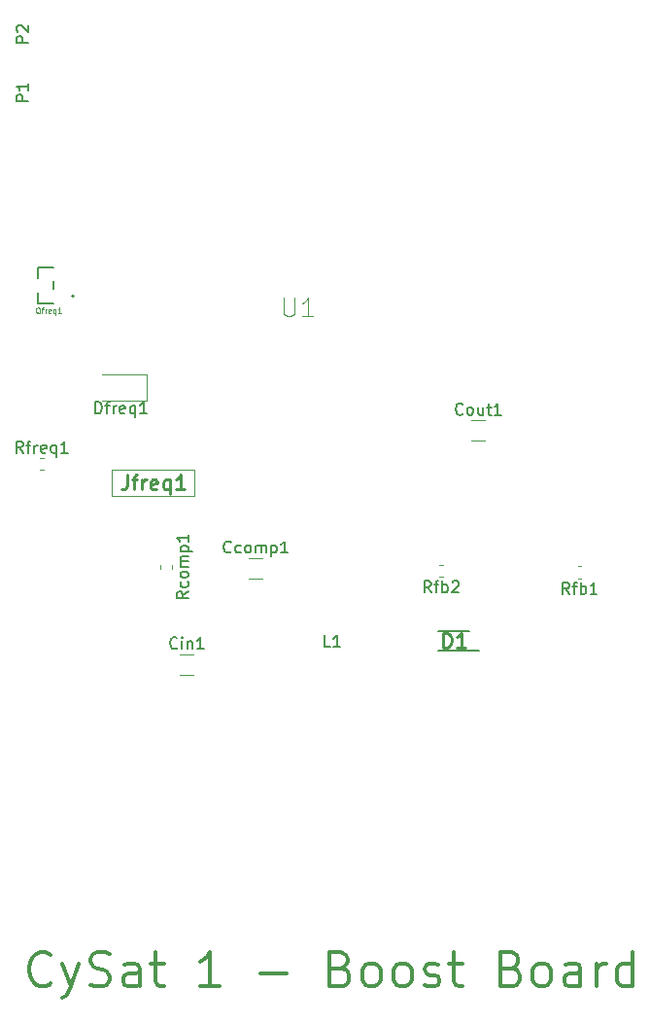
<source format=gbr>
G04 #@! TF.GenerationSoftware,KiCad,Pcbnew,(5.1.4)-1*
G04 #@! TF.CreationDate,2020-04-22T12:28:10-05:00*
G04 #@! TF.ProjectId,Boost,426f6f73-742e-46b6-9963-61645f706362,rev?*
G04 #@! TF.SameCoordinates,Original*
G04 #@! TF.FileFunction,Legend,Top*
G04 #@! TF.FilePolarity,Positive*
%FSLAX46Y46*%
G04 Gerber Fmt 4.6, Leading zero omitted, Abs format (unit mm)*
G04 Created by KiCad (PCBNEW (5.1.4)-1) date 2020-04-22 12:28:10*
%MOMM*%
%LPD*%
G04 APERTURE LIST*
%ADD10C,0.300000*%
%ADD11C,0.200000*%
%ADD12C,0.100000*%
%ADD13C,0.120000*%
%ADD14C,0.127000*%
%ADD15C,0.254000*%
%ADD16C,0.150000*%
%ADD17C,0.015000*%
G04 APERTURE END LIST*
D10*
X109739000Y-138612428D02*
X109596142Y-138755285D01*
X109167571Y-138898142D01*
X108881857Y-138898142D01*
X108453285Y-138755285D01*
X108167571Y-138469571D01*
X108024714Y-138183857D01*
X107881857Y-137612428D01*
X107881857Y-137183857D01*
X108024714Y-136612428D01*
X108167571Y-136326714D01*
X108453285Y-136041000D01*
X108881857Y-135898142D01*
X109167571Y-135898142D01*
X109596142Y-136041000D01*
X109739000Y-136183857D01*
X110739000Y-136898142D02*
X111453285Y-138898142D01*
X112167571Y-136898142D02*
X111453285Y-138898142D01*
X111167571Y-139612428D01*
X111024714Y-139755285D01*
X110739000Y-139898142D01*
X113167571Y-138755285D02*
X113596142Y-138898142D01*
X114310428Y-138898142D01*
X114596142Y-138755285D01*
X114739000Y-138612428D01*
X114881857Y-138326714D01*
X114881857Y-138041000D01*
X114739000Y-137755285D01*
X114596142Y-137612428D01*
X114310428Y-137469571D01*
X113739000Y-137326714D01*
X113453285Y-137183857D01*
X113310428Y-137041000D01*
X113167571Y-136755285D01*
X113167571Y-136469571D01*
X113310428Y-136183857D01*
X113453285Y-136041000D01*
X113739000Y-135898142D01*
X114453285Y-135898142D01*
X114881857Y-136041000D01*
X117453285Y-138898142D02*
X117453285Y-137326714D01*
X117310428Y-137041000D01*
X117024714Y-136898142D01*
X116453285Y-136898142D01*
X116167571Y-137041000D01*
X117453285Y-138755285D02*
X117167571Y-138898142D01*
X116453285Y-138898142D01*
X116167571Y-138755285D01*
X116024714Y-138469571D01*
X116024714Y-138183857D01*
X116167571Y-137898142D01*
X116453285Y-137755285D01*
X117167571Y-137755285D01*
X117453285Y-137612428D01*
X118453285Y-136898142D02*
X119596142Y-136898142D01*
X118881857Y-135898142D02*
X118881857Y-138469571D01*
X119024714Y-138755285D01*
X119310428Y-138898142D01*
X119596142Y-138898142D01*
X124453285Y-138898142D02*
X122739000Y-138898142D01*
X123596142Y-138898142D02*
X123596142Y-135898142D01*
X123310428Y-136326714D01*
X123024714Y-136612428D01*
X122739000Y-136755285D01*
X128024714Y-137755285D02*
X130310428Y-137755285D01*
X135024714Y-137326714D02*
X135453285Y-137469571D01*
X135596142Y-137612428D01*
X135739000Y-137898142D01*
X135739000Y-138326714D01*
X135596142Y-138612428D01*
X135453285Y-138755285D01*
X135167571Y-138898142D01*
X134024714Y-138898142D01*
X134024714Y-135898142D01*
X135024714Y-135898142D01*
X135310428Y-136041000D01*
X135453285Y-136183857D01*
X135596142Y-136469571D01*
X135596142Y-136755285D01*
X135453285Y-137041000D01*
X135310428Y-137183857D01*
X135024714Y-137326714D01*
X134024714Y-137326714D01*
X137453285Y-138898142D02*
X137167571Y-138755285D01*
X137024714Y-138612428D01*
X136881857Y-138326714D01*
X136881857Y-137469571D01*
X137024714Y-137183857D01*
X137167571Y-137041000D01*
X137453285Y-136898142D01*
X137881857Y-136898142D01*
X138167571Y-137041000D01*
X138310428Y-137183857D01*
X138453285Y-137469571D01*
X138453285Y-138326714D01*
X138310428Y-138612428D01*
X138167571Y-138755285D01*
X137881857Y-138898142D01*
X137453285Y-138898142D01*
X140167571Y-138898142D02*
X139881857Y-138755285D01*
X139739000Y-138612428D01*
X139596142Y-138326714D01*
X139596142Y-137469571D01*
X139739000Y-137183857D01*
X139881857Y-137041000D01*
X140167571Y-136898142D01*
X140596142Y-136898142D01*
X140881857Y-137041000D01*
X141024714Y-137183857D01*
X141167571Y-137469571D01*
X141167571Y-138326714D01*
X141024714Y-138612428D01*
X140881857Y-138755285D01*
X140596142Y-138898142D01*
X140167571Y-138898142D01*
X142310428Y-138755285D02*
X142596142Y-138898142D01*
X143167571Y-138898142D01*
X143453285Y-138755285D01*
X143596142Y-138469571D01*
X143596142Y-138326714D01*
X143453285Y-138041000D01*
X143167571Y-137898142D01*
X142739000Y-137898142D01*
X142453285Y-137755285D01*
X142310428Y-137469571D01*
X142310428Y-137326714D01*
X142453285Y-137041000D01*
X142739000Y-136898142D01*
X143167571Y-136898142D01*
X143453285Y-137041000D01*
X144453285Y-136898142D02*
X145596142Y-136898142D01*
X144881857Y-135898142D02*
X144881857Y-138469571D01*
X145024714Y-138755285D01*
X145310428Y-138898142D01*
X145596142Y-138898142D01*
X149881857Y-137326714D02*
X150310428Y-137469571D01*
X150453285Y-137612428D01*
X150596142Y-137898142D01*
X150596142Y-138326714D01*
X150453285Y-138612428D01*
X150310428Y-138755285D01*
X150024714Y-138898142D01*
X148881857Y-138898142D01*
X148881857Y-135898142D01*
X149881857Y-135898142D01*
X150167571Y-136041000D01*
X150310428Y-136183857D01*
X150453285Y-136469571D01*
X150453285Y-136755285D01*
X150310428Y-137041000D01*
X150167571Y-137183857D01*
X149881857Y-137326714D01*
X148881857Y-137326714D01*
X152310428Y-138898142D02*
X152024714Y-138755285D01*
X151881857Y-138612428D01*
X151739000Y-138326714D01*
X151739000Y-137469571D01*
X151881857Y-137183857D01*
X152024714Y-137041000D01*
X152310428Y-136898142D01*
X152739000Y-136898142D01*
X153024714Y-137041000D01*
X153167571Y-137183857D01*
X153310428Y-137469571D01*
X153310428Y-138326714D01*
X153167571Y-138612428D01*
X153024714Y-138755285D01*
X152739000Y-138898142D01*
X152310428Y-138898142D01*
X155881857Y-138898142D02*
X155881857Y-137326714D01*
X155739000Y-137041000D01*
X155453285Y-136898142D01*
X154881857Y-136898142D01*
X154596142Y-137041000D01*
X155881857Y-138755285D02*
X155596142Y-138898142D01*
X154881857Y-138898142D01*
X154596142Y-138755285D01*
X154453285Y-138469571D01*
X154453285Y-138183857D01*
X154596142Y-137898142D01*
X154881857Y-137755285D01*
X155596142Y-137755285D01*
X155881857Y-137612428D01*
X157310428Y-138898142D02*
X157310428Y-136898142D01*
X157310428Y-137469571D02*
X157453285Y-137183857D01*
X157596142Y-137041000D01*
X157881857Y-136898142D01*
X158167571Y-136898142D01*
X160453285Y-138898142D02*
X160453285Y-135898142D01*
X160453285Y-138755285D02*
X160167571Y-138898142D01*
X159596142Y-138898142D01*
X159310428Y-138755285D01*
X159167571Y-138612428D01*
X159024714Y-138326714D01*
X159024714Y-137469571D01*
X159167571Y-137183857D01*
X159310428Y-137041000D01*
X159596142Y-136898142D01*
X160167571Y-136898142D01*
X160453285Y-137041000D01*
D11*
X146231200Y-107951600D02*
X143481200Y-107951600D01*
X147011200Y-109675600D02*
X143481200Y-109675600D01*
D12*
X115061800Y-96215200D02*
X115061800Y-93929200D01*
X122275800Y-96215200D02*
X115061800Y-96215200D01*
X122275800Y-93929200D02*
X122275800Y-96215200D01*
X115061800Y-93929200D02*
X122275800Y-93929200D01*
D13*
X108777821Y-93931200D02*
X109103379Y-93931200D01*
X108777821Y-92911200D02*
X109103379Y-92911200D01*
D11*
X111730800Y-78801000D02*
G75*
G03X111730800Y-78801000I-100000J0D01*
G01*
D14*
X108620800Y-79421000D02*
X108620800Y-78471000D01*
X109920800Y-78181000D02*
X109920800Y-77521000D01*
X108620800Y-76281000D02*
X108620800Y-77231000D01*
X108620800Y-76281000D02*
X109920800Y-76281000D01*
X109920800Y-79421000D02*
X108620800Y-79421000D01*
D13*
X118109000Y-85606000D02*
X114224000Y-85606000D01*
X118109000Y-87876000D02*
X118109000Y-85606000D01*
X114224000Y-87876000D02*
X118109000Y-87876000D01*
X143926779Y-102207600D02*
X143601221Y-102207600D01*
X143926779Y-103227600D02*
X143601221Y-103227600D01*
X155966379Y-102334600D02*
X155640821Y-102334600D01*
X155966379Y-103354600D02*
X155640821Y-103354600D01*
X119301800Y-102199221D02*
X119301800Y-102524779D01*
X120321800Y-102199221D02*
X120321800Y-102524779D01*
X146387736Y-91410200D02*
X147591864Y-91410200D01*
X146387736Y-89590200D02*
X147591864Y-89590200D01*
X120987736Y-111781000D02*
X122191864Y-111781000D01*
X120987736Y-109961000D02*
X122191864Y-109961000D01*
X126982136Y-103424400D02*
X128186264Y-103424400D01*
X126982136Y-101604400D02*
X128186264Y-101604400D01*
D15*
X143918819Y-109388123D02*
X143918819Y-108118123D01*
X144221200Y-108118123D01*
X144402628Y-108178600D01*
X144523580Y-108299552D01*
X144584057Y-108420504D01*
X144644533Y-108662409D01*
X144644533Y-108843838D01*
X144584057Y-109085742D01*
X144523580Y-109206695D01*
X144402628Y-109327647D01*
X144221200Y-109388123D01*
X143918819Y-109388123D01*
X145854057Y-109388123D02*
X145128342Y-109388123D01*
X145491200Y-109388123D02*
X145491200Y-108118123D01*
X145370247Y-108299552D01*
X145249295Y-108420504D01*
X145128342Y-108480980D01*
X116370704Y-94376723D02*
X116370704Y-95283866D01*
X116310228Y-95465295D01*
X116189276Y-95586247D01*
X116007847Y-95646723D01*
X115886895Y-95646723D01*
X116794038Y-94800057D02*
X117277847Y-94800057D01*
X116975466Y-95646723D02*
X116975466Y-94558152D01*
X117035942Y-94437200D01*
X117156895Y-94376723D01*
X117277847Y-94376723D01*
X117701180Y-95646723D02*
X117701180Y-94800057D01*
X117701180Y-95041961D02*
X117761657Y-94921009D01*
X117822133Y-94860533D01*
X117943085Y-94800057D01*
X118064038Y-94800057D01*
X118971180Y-95586247D02*
X118850228Y-95646723D01*
X118608323Y-95646723D01*
X118487371Y-95586247D01*
X118426895Y-95465295D01*
X118426895Y-94981485D01*
X118487371Y-94860533D01*
X118608323Y-94800057D01*
X118850228Y-94800057D01*
X118971180Y-94860533D01*
X119031657Y-94981485D01*
X119031657Y-95102438D01*
X118426895Y-95223390D01*
X120120228Y-94800057D02*
X120120228Y-96070057D01*
X120120228Y-95586247D02*
X119999276Y-95646723D01*
X119757371Y-95646723D01*
X119636419Y-95586247D01*
X119575942Y-95525771D01*
X119515466Y-95404819D01*
X119515466Y-95041961D01*
X119575942Y-94921009D01*
X119636419Y-94860533D01*
X119757371Y-94800057D01*
X119999276Y-94800057D01*
X120120228Y-94860533D01*
X121390228Y-95646723D02*
X120664514Y-95646723D01*
X121027371Y-95646723D02*
X121027371Y-94376723D01*
X120906419Y-94558152D01*
X120785466Y-94679104D01*
X120664514Y-94739580D01*
D16*
X107297742Y-92443580D02*
X106964409Y-91967390D01*
X106726314Y-92443580D02*
X106726314Y-91443580D01*
X107107266Y-91443580D01*
X107202504Y-91491200D01*
X107250123Y-91538819D01*
X107297742Y-91634057D01*
X107297742Y-91776914D01*
X107250123Y-91872152D01*
X107202504Y-91919771D01*
X107107266Y-91967390D01*
X106726314Y-91967390D01*
X107583457Y-91776914D02*
X107964409Y-91776914D01*
X107726314Y-92443580D02*
X107726314Y-91586438D01*
X107773933Y-91491200D01*
X107869171Y-91443580D01*
X107964409Y-91443580D01*
X108297742Y-92443580D02*
X108297742Y-91776914D01*
X108297742Y-91967390D02*
X108345361Y-91872152D01*
X108392980Y-91824533D01*
X108488219Y-91776914D01*
X108583457Y-91776914D01*
X109297742Y-92395961D02*
X109202504Y-92443580D01*
X109012028Y-92443580D01*
X108916790Y-92395961D01*
X108869171Y-92300723D01*
X108869171Y-91919771D01*
X108916790Y-91824533D01*
X109012028Y-91776914D01*
X109202504Y-91776914D01*
X109297742Y-91824533D01*
X109345361Y-91919771D01*
X109345361Y-92015009D01*
X108869171Y-92110247D01*
X110202504Y-91776914D02*
X110202504Y-92776914D01*
X110202504Y-92395961D02*
X110107266Y-92443580D01*
X109916790Y-92443580D01*
X109821552Y-92395961D01*
X109773933Y-92348342D01*
X109726314Y-92253104D01*
X109726314Y-91967390D01*
X109773933Y-91872152D01*
X109821552Y-91824533D01*
X109916790Y-91776914D01*
X110107266Y-91776914D01*
X110202504Y-91824533D01*
X111202504Y-92443580D02*
X110631076Y-92443580D01*
X110916790Y-92443580D02*
X110916790Y-91443580D01*
X110821552Y-91586438D01*
X110726314Y-91681676D01*
X110631076Y-91729295D01*
D17*
X108792514Y-80318657D02*
X108746800Y-80295800D01*
X108701085Y-80250085D01*
X108632514Y-80181514D01*
X108586800Y-80158657D01*
X108541085Y-80158657D01*
X108563942Y-80272942D02*
X108518228Y-80250085D01*
X108472514Y-80204371D01*
X108449657Y-80112942D01*
X108449657Y-79952942D01*
X108472514Y-79861514D01*
X108518228Y-79815800D01*
X108563942Y-79792942D01*
X108655371Y-79792942D01*
X108701085Y-79815800D01*
X108746800Y-79861514D01*
X108769657Y-79952942D01*
X108769657Y-80112942D01*
X108746800Y-80204371D01*
X108701085Y-80250085D01*
X108655371Y-80272942D01*
X108563942Y-80272942D01*
X108906800Y-79952942D02*
X109089657Y-79952942D01*
X108975371Y-80272942D02*
X108975371Y-79861514D01*
X108998228Y-79815800D01*
X109043942Y-79792942D01*
X109089657Y-79792942D01*
X109249657Y-80272942D02*
X109249657Y-79952942D01*
X109249657Y-80044371D02*
X109272514Y-79998657D01*
X109295371Y-79975800D01*
X109341085Y-79952942D01*
X109386800Y-79952942D01*
X109729657Y-80250085D02*
X109683942Y-80272942D01*
X109592514Y-80272942D01*
X109546800Y-80250085D01*
X109523942Y-80204371D01*
X109523942Y-80021514D01*
X109546800Y-79975800D01*
X109592514Y-79952942D01*
X109683942Y-79952942D01*
X109729657Y-79975800D01*
X109752514Y-80021514D01*
X109752514Y-80067228D01*
X109523942Y-80112942D01*
X110163942Y-79952942D02*
X110163942Y-80432942D01*
X110163942Y-80250085D02*
X110118228Y-80272942D01*
X110026800Y-80272942D01*
X109981085Y-80250085D01*
X109958228Y-80227228D01*
X109935371Y-80181514D01*
X109935371Y-80044371D01*
X109958228Y-79998657D01*
X109981085Y-79975800D01*
X110026800Y-79952942D01*
X110118228Y-79952942D01*
X110163942Y-79975800D01*
X110643942Y-80272942D02*
X110369657Y-80272942D01*
X110506800Y-80272942D02*
X110506800Y-79792942D01*
X110461085Y-79861514D01*
X110415371Y-79907228D01*
X110369657Y-79930085D01*
D16*
X113609714Y-89013380D02*
X113609714Y-88013380D01*
X113847809Y-88013380D01*
X113990666Y-88061000D01*
X114085904Y-88156238D01*
X114133523Y-88251476D01*
X114181142Y-88441952D01*
X114181142Y-88584809D01*
X114133523Y-88775285D01*
X114085904Y-88870523D01*
X113990666Y-88965761D01*
X113847809Y-89013380D01*
X113609714Y-89013380D01*
X114466857Y-88346714D02*
X114847809Y-88346714D01*
X114609714Y-89013380D02*
X114609714Y-88156238D01*
X114657333Y-88061000D01*
X114752571Y-88013380D01*
X114847809Y-88013380D01*
X115181142Y-89013380D02*
X115181142Y-88346714D01*
X115181142Y-88537190D02*
X115228761Y-88441952D01*
X115276380Y-88394333D01*
X115371619Y-88346714D01*
X115466857Y-88346714D01*
X116181142Y-88965761D02*
X116085904Y-89013380D01*
X115895428Y-89013380D01*
X115800190Y-88965761D01*
X115752571Y-88870523D01*
X115752571Y-88489571D01*
X115800190Y-88394333D01*
X115895428Y-88346714D01*
X116085904Y-88346714D01*
X116181142Y-88394333D01*
X116228761Y-88489571D01*
X116228761Y-88584809D01*
X115752571Y-88680047D01*
X117085904Y-88346714D02*
X117085904Y-89346714D01*
X117085904Y-88965761D02*
X116990666Y-89013380D01*
X116800190Y-89013380D01*
X116704952Y-88965761D01*
X116657333Y-88918142D01*
X116609714Y-88822904D01*
X116609714Y-88537190D01*
X116657333Y-88441952D01*
X116704952Y-88394333D01*
X116800190Y-88346714D01*
X116990666Y-88346714D01*
X117085904Y-88394333D01*
X118085904Y-89013380D02*
X117514476Y-89013380D01*
X117800190Y-89013380D02*
X117800190Y-88013380D01*
X117704952Y-88156238D01*
X117609714Y-88251476D01*
X117514476Y-88299095D01*
D17*
X130024570Y-78928183D02*
X130024570Y-80256541D01*
X130102709Y-80412819D01*
X130180848Y-80490958D01*
X130337125Y-80569096D01*
X130649680Y-80569096D01*
X130805957Y-80490958D01*
X130884096Y-80412819D01*
X130962235Y-80256541D01*
X130962235Y-78928183D01*
X132603148Y-80569096D02*
X131665483Y-80569096D01*
X132134315Y-80569096D02*
X132134315Y-78928183D01*
X131978038Y-79162599D01*
X131821761Y-79318877D01*
X131665483Y-79397016D01*
D16*
X142859238Y-104599980D02*
X142525904Y-104123790D01*
X142287809Y-104599980D02*
X142287809Y-103599980D01*
X142668761Y-103599980D01*
X142764000Y-103647600D01*
X142811619Y-103695219D01*
X142859238Y-103790457D01*
X142859238Y-103933314D01*
X142811619Y-104028552D01*
X142764000Y-104076171D01*
X142668761Y-104123790D01*
X142287809Y-104123790D01*
X143144952Y-103933314D02*
X143525904Y-103933314D01*
X143287809Y-104599980D02*
X143287809Y-103742838D01*
X143335428Y-103647600D01*
X143430666Y-103599980D01*
X143525904Y-103599980D01*
X143859238Y-104599980D02*
X143859238Y-103599980D01*
X143859238Y-103980933D02*
X143954476Y-103933314D01*
X144144952Y-103933314D01*
X144240190Y-103980933D01*
X144287809Y-104028552D01*
X144335428Y-104123790D01*
X144335428Y-104409504D01*
X144287809Y-104504742D01*
X144240190Y-104552361D01*
X144144952Y-104599980D01*
X143954476Y-104599980D01*
X143859238Y-104552361D01*
X144716380Y-103695219D02*
X144764000Y-103647600D01*
X144859238Y-103599980D01*
X145097333Y-103599980D01*
X145192571Y-103647600D01*
X145240190Y-103695219D01*
X145287809Y-103790457D01*
X145287809Y-103885695D01*
X145240190Y-104028552D01*
X144668761Y-104599980D01*
X145287809Y-104599980D01*
X154898838Y-104726980D02*
X154565504Y-104250790D01*
X154327409Y-104726980D02*
X154327409Y-103726980D01*
X154708361Y-103726980D01*
X154803600Y-103774600D01*
X154851219Y-103822219D01*
X154898838Y-103917457D01*
X154898838Y-104060314D01*
X154851219Y-104155552D01*
X154803600Y-104203171D01*
X154708361Y-104250790D01*
X154327409Y-104250790D01*
X155184552Y-104060314D02*
X155565504Y-104060314D01*
X155327409Y-104726980D02*
X155327409Y-103869838D01*
X155375028Y-103774600D01*
X155470266Y-103726980D01*
X155565504Y-103726980D01*
X155898838Y-104726980D02*
X155898838Y-103726980D01*
X155898838Y-104107933D02*
X155994076Y-104060314D01*
X156184552Y-104060314D01*
X156279790Y-104107933D01*
X156327409Y-104155552D01*
X156375028Y-104250790D01*
X156375028Y-104536504D01*
X156327409Y-104631742D01*
X156279790Y-104679361D01*
X156184552Y-104726980D01*
X155994076Y-104726980D01*
X155898838Y-104679361D01*
X157327409Y-104726980D02*
X156755980Y-104726980D01*
X157041695Y-104726980D02*
X157041695Y-103726980D01*
X156946457Y-103869838D01*
X156851219Y-103965076D01*
X156755980Y-104012695D01*
X121694180Y-104528666D02*
X121217990Y-104862000D01*
X121694180Y-105100095D02*
X120694180Y-105100095D01*
X120694180Y-104719142D01*
X120741800Y-104623904D01*
X120789419Y-104576285D01*
X120884657Y-104528666D01*
X121027514Y-104528666D01*
X121122752Y-104576285D01*
X121170371Y-104623904D01*
X121217990Y-104719142D01*
X121217990Y-105100095D01*
X121646561Y-103671523D02*
X121694180Y-103766761D01*
X121694180Y-103957238D01*
X121646561Y-104052476D01*
X121598942Y-104100095D01*
X121503704Y-104147714D01*
X121217990Y-104147714D01*
X121122752Y-104100095D01*
X121075133Y-104052476D01*
X121027514Y-103957238D01*
X121027514Y-103766761D01*
X121075133Y-103671523D01*
X121694180Y-103100095D02*
X121646561Y-103195333D01*
X121598942Y-103242952D01*
X121503704Y-103290571D01*
X121217990Y-103290571D01*
X121122752Y-103242952D01*
X121075133Y-103195333D01*
X121027514Y-103100095D01*
X121027514Y-102957238D01*
X121075133Y-102862000D01*
X121122752Y-102814380D01*
X121217990Y-102766761D01*
X121503704Y-102766761D01*
X121598942Y-102814380D01*
X121646561Y-102862000D01*
X121694180Y-102957238D01*
X121694180Y-103100095D01*
X121694180Y-102338190D02*
X121027514Y-102338190D01*
X121122752Y-102338190D02*
X121075133Y-102290571D01*
X121027514Y-102195333D01*
X121027514Y-102052476D01*
X121075133Y-101957238D01*
X121170371Y-101909619D01*
X121694180Y-101909619D01*
X121170371Y-101909619D02*
X121075133Y-101862000D01*
X121027514Y-101766761D01*
X121027514Y-101623904D01*
X121075133Y-101528666D01*
X121170371Y-101481047D01*
X121694180Y-101481047D01*
X121027514Y-101004857D02*
X122027514Y-101004857D01*
X121075133Y-101004857D02*
X121027514Y-100909619D01*
X121027514Y-100719142D01*
X121075133Y-100623904D01*
X121122752Y-100576285D01*
X121217990Y-100528666D01*
X121503704Y-100528666D01*
X121598942Y-100576285D01*
X121646561Y-100623904D01*
X121694180Y-100719142D01*
X121694180Y-100909619D01*
X121646561Y-101004857D01*
X121694180Y-99576285D02*
X121694180Y-100147714D01*
X121694180Y-99862000D02*
X120694180Y-99862000D01*
X120837038Y-99957238D01*
X120932276Y-100052476D01*
X120979895Y-100147714D01*
X134072333Y-109324780D02*
X133596142Y-109324780D01*
X133596142Y-108324780D01*
X134929476Y-109324780D02*
X134358047Y-109324780D01*
X134643761Y-109324780D02*
X134643761Y-108324780D01*
X134548523Y-108467638D01*
X134453285Y-108562876D01*
X134358047Y-108610495D01*
X145632657Y-89037342D02*
X145585038Y-89084961D01*
X145442180Y-89132580D01*
X145346942Y-89132580D01*
X145204085Y-89084961D01*
X145108847Y-88989723D01*
X145061228Y-88894485D01*
X145013609Y-88704009D01*
X145013609Y-88561152D01*
X145061228Y-88370676D01*
X145108847Y-88275438D01*
X145204085Y-88180200D01*
X145346942Y-88132580D01*
X145442180Y-88132580D01*
X145585038Y-88180200D01*
X145632657Y-88227819D01*
X146204085Y-89132580D02*
X146108847Y-89084961D01*
X146061228Y-89037342D01*
X146013609Y-88942104D01*
X146013609Y-88656390D01*
X146061228Y-88561152D01*
X146108847Y-88513533D01*
X146204085Y-88465914D01*
X146346942Y-88465914D01*
X146442180Y-88513533D01*
X146489800Y-88561152D01*
X146537419Y-88656390D01*
X146537419Y-88942104D01*
X146489800Y-89037342D01*
X146442180Y-89084961D01*
X146346942Y-89132580D01*
X146204085Y-89132580D01*
X147394561Y-88465914D02*
X147394561Y-89132580D01*
X146965990Y-88465914D02*
X146965990Y-88989723D01*
X147013609Y-89084961D01*
X147108847Y-89132580D01*
X147251704Y-89132580D01*
X147346942Y-89084961D01*
X147394561Y-89037342D01*
X147727895Y-88465914D02*
X148108847Y-88465914D01*
X147870752Y-88132580D02*
X147870752Y-88989723D01*
X147918371Y-89084961D01*
X148013609Y-89132580D01*
X148108847Y-89132580D01*
X148965990Y-89132580D02*
X148394561Y-89132580D01*
X148680276Y-89132580D02*
X148680276Y-88132580D01*
X148585038Y-88275438D01*
X148489800Y-88370676D01*
X148394561Y-88418295D01*
X120732657Y-109408142D02*
X120685038Y-109455761D01*
X120542180Y-109503380D01*
X120446942Y-109503380D01*
X120304085Y-109455761D01*
X120208847Y-109360523D01*
X120161228Y-109265285D01*
X120113609Y-109074809D01*
X120113609Y-108931952D01*
X120161228Y-108741476D01*
X120208847Y-108646238D01*
X120304085Y-108551000D01*
X120446942Y-108503380D01*
X120542180Y-108503380D01*
X120685038Y-108551000D01*
X120732657Y-108598619D01*
X121161228Y-109503380D02*
X121161228Y-108836714D01*
X121161228Y-108503380D02*
X121113609Y-108551000D01*
X121161228Y-108598619D01*
X121208847Y-108551000D01*
X121161228Y-108503380D01*
X121161228Y-108598619D01*
X121637419Y-108836714D02*
X121637419Y-109503380D01*
X121637419Y-108931952D02*
X121685038Y-108884333D01*
X121780276Y-108836714D01*
X121923133Y-108836714D01*
X122018371Y-108884333D01*
X122065990Y-108979571D01*
X122065990Y-109503380D01*
X123065990Y-109503380D02*
X122494561Y-109503380D01*
X122780276Y-109503380D02*
X122780276Y-108503380D01*
X122685038Y-108646238D01*
X122589800Y-108741476D01*
X122494561Y-108789095D01*
X125417533Y-101051542D02*
X125369914Y-101099161D01*
X125227057Y-101146780D01*
X125131819Y-101146780D01*
X124988961Y-101099161D01*
X124893723Y-101003923D01*
X124846104Y-100908685D01*
X124798485Y-100718209D01*
X124798485Y-100575352D01*
X124846104Y-100384876D01*
X124893723Y-100289638D01*
X124988961Y-100194400D01*
X125131819Y-100146780D01*
X125227057Y-100146780D01*
X125369914Y-100194400D01*
X125417533Y-100242019D01*
X126274676Y-101099161D02*
X126179438Y-101146780D01*
X125988961Y-101146780D01*
X125893723Y-101099161D01*
X125846104Y-101051542D01*
X125798485Y-100956304D01*
X125798485Y-100670590D01*
X125846104Y-100575352D01*
X125893723Y-100527733D01*
X125988961Y-100480114D01*
X126179438Y-100480114D01*
X126274676Y-100527733D01*
X126846104Y-101146780D02*
X126750866Y-101099161D01*
X126703247Y-101051542D01*
X126655628Y-100956304D01*
X126655628Y-100670590D01*
X126703247Y-100575352D01*
X126750866Y-100527733D01*
X126846104Y-100480114D01*
X126988961Y-100480114D01*
X127084200Y-100527733D01*
X127131819Y-100575352D01*
X127179438Y-100670590D01*
X127179438Y-100956304D01*
X127131819Y-101051542D01*
X127084200Y-101099161D01*
X126988961Y-101146780D01*
X126846104Y-101146780D01*
X127608009Y-101146780D02*
X127608009Y-100480114D01*
X127608009Y-100575352D02*
X127655628Y-100527733D01*
X127750866Y-100480114D01*
X127893723Y-100480114D01*
X127988961Y-100527733D01*
X128036580Y-100622971D01*
X128036580Y-101146780D01*
X128036580Y-100622971D02*
X128084200Y-100527733D01*
X128179438Y-100480114D01*
X128322295Y-100480114D01*
X128417533Y-100527733D01*
X128465152Y-100622971D01*
X128465152Y-101146780D01*
X128941342Y-100480114D02*
X128941342Y-101480114D01*
X128941342Y-100527733D02*
X129036580Y-100480114D01*
X129227057Y-100480114D01*
X129322295Y-100527733D01*
X129369914Y-100575352D01*
X129417533Y-100670590D01*
X129417533Y-100956304D01*
X129369914Y-101051542D01*
X129322295Y-101099161D01*
X129227057Y-101146780D01*
X129036580Y-101146780D01*
X128941342Y-101099161D01*
X130369914Y-101146780D02*
X129798485Y-101146780D01*
X130084200Y-101146780D02*
X130084200Y-100146780D01*
X129988961Y-100289638D01*
X129893723Y-100384876D01*
X129798485Y-100432495D01*
X107748780Y-56729855D02*
X106748780Y-56729855D01*
X106748780Y-56348902D01*
X106796400Y-56253664D01*
X106844019Y-56206045D01*
X106939257Y-56158426D01*
X107082114Y-56158426D01*
X107177352Y-56206045D01*
X107224971Y-56253664D01*
X107272590Y-56348902D01*
X107272590Y-56729855D01*
X106844019Y-55777474D02*
X106796400Y-55729855D01*
X106748780Y-55634617D01*
X106748780Y-55396521D01*
X106796400Y-55301283D01*
X106844019Y-55253664D01*
X106939257Y-55206045D01*
X107034495Y-55206045D01*
X107177352Y-55253664D01*
X107748780Y-55825093D01*
X107748780Y-55206045D01*
X107748780Y-61809855D02*
X106748780Y-61809855D01*
X106748780Y-61428902D01*
X106796400Y-61333664D01*
X106844019Y-61286045D01*
X106939257Y-61238426D01*
X107082114Y-61238426D01*
X107177352Y-61286045D01*
X107224971Y-61333664D01*
X107272590Y-61428902D01*
X107272590Y-61809855D01*
X107748780Y-60286045D02*
X107748780Y-60857474D01*
X107748780Y-60571760D02*
X106748780Y-60571760D01*
X106891638Y-60666998D01*
X106986876Y-60762236D01*
X107034495Y-60857474D01*
M02*

</source>
